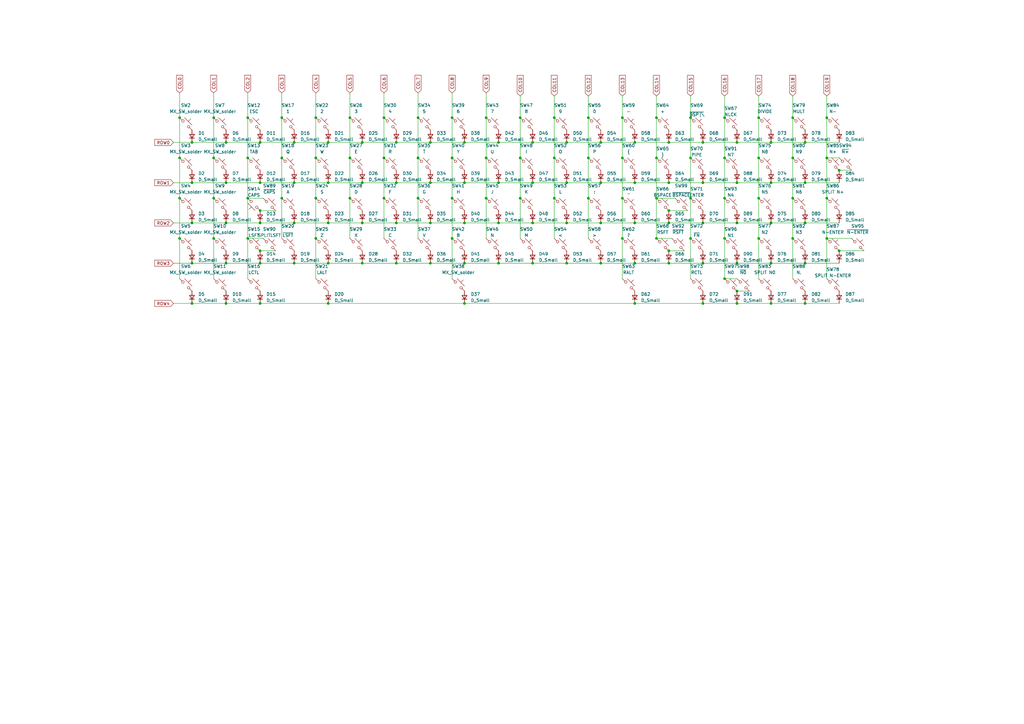
<source format=kicad_sch>
(kicad_sch (version 20230121) (generator eeschema)
  (paper "A3")
  (junction (at 92.71 74.93))
  (junction (at 218.44 91.44))
  (junction (at 92.71 91.44))
  (junction (at 227.33 48.26))
  (junction (at 129.54 81.28))
  (junction (at 260.35 74.93))
  (junction (at 115.57 81.28))
  (junction (at 134.62 107.95))
  (junction (at 213.36 81.28))
  (junction (at 157.48 81.28))
  (junction (at 157.48 48.26))
  (junction (at 297.18 48.26))
  (junction (at 311.15 97.79))
  (junction (at 339.09 97.79))
  (junction (at 218.44 58.42))
  (junction (at 199.39 81.28))
  (junction (at 134.62 74.93))
  (junction (at 190.5 124.46))
  (junction (at 78.74 74.93))
  (junction (at 148.59 58.42))
  (junction (at 87.63 97.79))
  (junction (at 246.38 74.93))
  (junction (at 134.62 58.42))
  (junction (at 92.71 107.95))
  (junction (at 190.5 74.93))
  (junction (at 157.48 64.77))
  (junction (at 199.39 64.77))
  (junction (at 115.57 64.77))
  (junction (at 316.23 91.44))
  (junction (at 213.36 64.77))
  (junction (at 255.27 48.26))
  (junction (at 162.56 107.95))
  (junction (at 274.32 86.36))
  (junction (at 339.09 64.77))
  (junction (at 227.33 64.77))
  (junction (at 120.65 91.44))
  (junction (at 106.68 86.36))
  (junction (at 129.54 48.26))
  (junction (at 260.35 91.44))
  (junction (at 241.3 64.77))
  (junction (at 316.23 107.95))
  (junction (at 269.24 64.77))
  (junction (at 269.24 48.26))
  (junction (at 148.59 74.93))
  (junction (at 246.38 107.95))
  (junction (at 246.38 58.42))
  (junction (at 185.42 64.77))
  (junction (at 325.12 64.77))
  (junction (at 311.15 81.28))
  (junction (at 185.42 48.26))
  (junction (at 218.44 107.95))
  (junction (at 120.65 107.95))
  (junction (at 204.47 91.44))
  (junction (at 106.68 124.46))
  (junction (at 129.54 97.79))
  (junction (at 129.54 64.77))
  (junction (at 101.6 97.79))
  (junction (at 213.36 48.26))
  (junction (at 246.38 91.44))
  (junction (at 274.32 74.93))
  (junction (at 232.41 74.93))
  (junction (at 283.21 97.79))
  (junction (at 73.66 81.28))
  (junction (at 330.2 124.46))
  (junction (at 260.35 124.46))
  (junction (at 274.32 91.44))
  (junction (at 143.51 81.28))
  (junction (at 283.21 81.28))
  (junction (at 101.6 81.28))
  (junction (at 288.29 58.42))
  (junction (at 283.21 48.26))
  (junction (at 255.27 81.28))
  (junction (at 120.65 58.42))
  (junction (at 87.63 64.77))
  (junction (at 106.68 91.44))
  (junction (at 297.18 114.3))
  (junction (at 269.24 97.79))
  (junction (at 106.68 102.87))
  (junction (at 106.68 58.42))
  (junction (at 171.45 48.26))
  (junction (at 185.42 97.79))
  (junction (at 330.2 74.93))
  (junction (at 190.5 58.42))
  (junction (at 325.12 81.28))
  (junction (at 162.56 91.44))
  (junction (at 78.74 107.95))
  (junction (at 311.15 64.77))
  (junction (at 204.47 58.42))
  (junction (at 171.45 81.28))
  (junction (at 218.44 74.93))
  (junction (at 297.18 97.79))
  (junction (at 269.24 81.28))
  (junction (at 316.23 58.42))
  (junction (at 148.59 107.95))
  (junction (at 330.2 58.42))
  (junction (at 199.39 48.26))
  (junction (at 302.26 119.38))
  (junction (at 190.5 91.44))
  (junction (at 288.29 124.46))
  (junction (at 260.35 58.42))
  (junction (at 171.45 64.77))
  (junction (at 316.23 74.93))
  (junction (at 344.17 102.87))
  (junction (at 288.29 74.93))
  (junction (at 92.71 58.42))
  (junction (at 190.5 107.95))
  (junction (at 316.23 124.46))
  (junction (at 87.63 48.26))
  (junction (at 302.26 91.44))
  (junction (at 162.56 58.42))
  (junction (at 176.53 74.93))
  (junction (at 227.33 81.28))
  (junction (at 73.66 48.26))
  (junction (at 241.3 48.26))
  (junction (at 120.65 74.93))
  (junction (at 302.26 74.93))
  (junction (at 330.2 107.95))
  (junction (at 297.18 81.28))
  (junction (at 344.17 69.85))
  (junction (at 325.12 48.26))
  (junction (at 325.12 97.79))
  (junction (at 339.09 81.28))
  (junction (at 241.3 81.28))
  (junction (at 204.47 74.93))
  (junction (at 274.32 107.95))
  (junction (at 274.32 58.42))
  (junction (at 297.18 64.77))
  (junction (at 255.27 64.77))
  (junction (at 302.26 124.46))
  (junction (at 134.62 91.44))
  (junction (at 101.6 64.77))
  (junction (at 185.42 81.28))
  (junction (at 302.26 107.95))
  (junction (at 330.2 91.44))
  (junction (at 148.59 91.44))
  (junction (at 78.74 58.42))
  (junction (at 78.74 91.44))
  (junction (at 274.32 102.87))
  (junction (at 176.53 107.95))
  (junction (at 283.21 64.77))
  (junction (at 73.66 97.79))
  (junction (at 204.47 107.95))
  (junction (at 134.62 124.46))
  (junction (at 92.71 124.46))
  (junction (at 255.27 97.79))
  (junction (at 232.41 107.95))
  (junction (at 143.51 64.77))
  (junction (at 106.68 74.93))
  (junction (at 143.51 48.26))
  (junction (at 339.09 48.26))
  (junction (at 288.29 91.44))
  (junction (at 106.68 107.95))
  (junction (at 260.35 107.95))
  (junction (at 73.66 64.77))
  (junction (at 176.53 91.44))
  (junction (at 302.26 58.42))
  (junction (at 101.6 48.26))
  (junction (at 232.41 58.42))
  (junction (at 288.29 107.95))
  (junction (at 87.63 81.28))
  (junction (at 232.41 91.44))
  (junction (at 311.15 48.26))
  (junction (at 162.56 74.93))
  (junction (at 176.53 58.42))
  (junction (at 78.74 124.46))
  (junction (at 115.57 48.26))
  (wire (pts (xy 297.18 39.37) (xy 297.18 48.26)))
  (wire (pts (xy 199.39 38.1) (xy 199.39 48.26)))
  (wire (pts (xy 274.32 91.44) (xy 288.29 91.44)))
  (wire (pts (xy 227.33 48.26) (xy 227.33 64.77)))
  (wire (pts (xy 157.48 38.1) (xy 157.48 48.26)))
  (wire (pts (xy 218.44 74.93) (xy 232.41 74.93)))
  (wire (pts (xy 101.6 97.79) (xy 101.6 114.3)))
  (wire (pts (xy 115.57 64.77) (xy 115.57 81.28)))
  (wire (pts (xy 241.3 39.37) (xy 241.3 48.26)))
  (wire (pts (xy 232.41 74.93) (xy 246.38 74.93)))
  (wire (pts (xy 129.54 81.28) (xy 129.54 97.79)))
  (wire (pts (xy 330.2 91.44) (xy 344.17 91.44)))
  (wire (pts (xy 73.66 81.28) (xy 73.66 97.79)))
  (wire (pts (xy 106.68 107.95) (xy 120.65 107.95)))
  (wire (pts (xy 311.15 64.77) (xy 311.15 81.28)))
  (wire (pts (xy 311.15 97.79) (xy 311.15 114.3)))
  (wire (pts (xy 101.6 97.79) (xy 107.95 97.79)))
  (wire (pts (xy 288.29 58.42) (xy 302.26 58.42)))
  (wire (pts (xy 87.63 64.77) (xy 87.63 81.28)))
  (wire (pts (xy 129.54 64.77) (xy 129.54 81.28)))
  (wire (pts (xy 87.63 38.1) (xy 87.63 48.26)))
  (wire (pts (xy 106.68 74.93) (xy 120.65 74.93)))
  (wire (pts (xy 339.09 64.77) (xy 344.17 64.77)))
  (wire (pts (xy 129.54 38.1) (xy 129.54 48.26)))
  (wire (pts (xy 269.24 81.28) (xy 269.24 97.79)))
  (wire (pts (xy 213.36 48.26) (xy 213.36 64.77)))
  (wire (pts (xy 148.59 107.95) (xy 162.56 107.95)))
  (wire (pts (xy 325.12 81.28) (xy 325.12 97.79)))
  (wire (pts (xy 148.59 74.93) (xy 162.56 74.93)))
  (wire (pts (xy 190.5 107.95) (xy 204.47 107.95)))
  (wire (pts (xy 199.39 81.28) (xy 199.39 97.79)))
  (wire (pts (xy 325.12 39.37) (xy 325.12 48.26)))
  (wire (pts (xy 171.45 64.77) (xy 171.45 81.28)))
  (wire (pts (xy 106.68 124.46) (xy 134.62 124.46)))
  (wire (pts (xy 106.68 91.44) (xy 120.65 91.44)))
  (wire (pts (xy 115.57 48.26) (xy 115.57 64.77)))
  (wire (pts (xy 162.56 107.95) (xy 176.53 107.95)))
  (wire (pts (xy 325.12 97.79) (xy 325.12 114.3)))
  (wire (pts (xy 143.51 48.26) (xy 143.51 64.77)))
  (wire (pts (xy 157.48 48.26) (xy 157.48 64.77)))
  (wire (pts (xy 213.36 64.77) (xy 213.36 81.28)))
  (wire (pts (xy 73.66 38.1) (xy 73.66 48.26)))
  (wire (pts (xy 260.35 124.46) (xy 288.29 124.46)))
  (wire (pts (xy 283.21 97.79) (xy 283.21 114.3)))
  (wire (pts (xy 330.2 58.42) (xy 344.17 58.42)))
  (wire (pts (xy 199.39 48.26) (xy 199.39 64.77)))
  (wire (pts (xy 269.24 81.28) (xy 276.86 81.28)))
  (wire (pts (xy 269.24 48.26) (xy 269.24 64.77)))
  (wire (pts (xy 232.41 107.95) (xy 246.38 107.95)))
  (wire (pts (xy 185.42 64.77) (xy 185.42 81.28)))
  (wire (pts (xy 325.12 64.77) (xy 325.12 81.28)))
  (wire (pts (xy 78.74 124.46) (xy 92.71 124.46)))
  (wire (pts (xy 101.6 38.1) (xy 101.6 48.26)))
  (wire (pts (xy 316.23 74.93) (xy 330.2 74.93)))
  (wire (pts (xy 325.12 48.26) (xy 325.12 64.77)))
  (wire (pts (xy 344.17 102.87) (xy 354.33 102.87)))
  (wire (pts (xy 106.68 86.36) (xy 113.03 86.36)))
  (wire (pts (xy 311.15 39.37) (xy 311.15 48.26)))
  (wire (pts (xy 269.24 64.77) (xy 269.24 81.28)))
  (wire (pts (xy 311.15 48.26) (xy 311.15 64.77)))
  (wire (pts (xy 302.26 107.95) (xy 316.23 107.95)))
  (wire (pts (xy 246.38 58.42) (xy 260.35 58.42)))
  (wire (pts (xy 283.21 81.28) (xy 283.21 97.79)))
  (wire (pts (xy 330.2 74.93) (xy 344.17 74.93)))
  (wire (pts (xy 269.24 97.79) (xy 275.59 97.79)))
  (wire (pts (xy 302.26 119.38) (xy 307.34 119.38)))
  (wire (pts (xy 241.3 64.77) (xy 241.3 81.28)))
  (wire (pts (xy 134.62 107.95) (xy 148.59 107.95)))
  (wire (pts (xy 176.53 107.95) (xy 190.5 107.95)))
  (wire (pts (xy 78.74 74.93) (xy 92.71 74.93)))
  (wire (pts (xy 71.12 107.95) (xy 78.74 107.95)))
  (wire (pts (xy 255.27 64.77) (xy 255.27 81.28)))
  (wire (pts (xy 227.33 81.28) (xy 227.33 97.79)))
  (wire (pts (xy 115.57 81.28) (xy 115.57 97.79)))
  (wire (pts (xy 339.09 97.79) (xy 339.09 114.3)))
  (wire (pts (xy 148.59 58.42) (xy 162.56 58.42)))
  (wire (pts (xy 143.51 81.28) (xy 143.51 97.79)))
  (wire (pts (xy 302.26 74.93) (xy 316.23 74.93)))
  (wire (pts (xy 283.21 64.77) (xy 283.21 81.28)))
  (wire (pts (xy 120.65 74.93) (xy 134.62 74.93)))
  (wire (pts (xy 274.32 86.36) (xy 281.94 86.36)))
  (wire (pts (xy 87.63 48.26) (xy 87.63 64.77)))
  (wire (pts (xy 134.62 74.93) (xy 148.59 74.93)))
  (wire (pts (xy 241.3 48.26) (xy 241.3 64.77)))
  (wire (pts (xy 176.53 58.42) (xy 190.5 58.42)))
  (wire (pts (xy 115.57 38.1) (xy 115.57 48.26)))
  (wire (pts (xy 218.44 58.42) (xy 232.41 58.42)))
  (wire (pts (xy 339.09 97.79) (xy 349.25 97.79)))
  (wire (pts (xy 129.54 48.26) (xy 129.54 64.77)))
  (wire (pts (xy 134.62 124.46) (xy 190.5 124.46)))
  (wire (pts (xy 73.66 64.77) (xy 73.66 81.28)))
  (wire (pts (xy 204.47 91.44) (xy 218.44 91.44)))
  (wire (pts (xy 260.35 58.42) (xy 274.32 58.42)))
  (wire (pts (xy 227.33 64.77) (xy 227.33 81.28)))
  (wire (pts (xy 288.29 124.46) (xy 302.26 124.46)))
  (wire (pts (xy 269.24 39.37) (xy 269.24 48.26)))
  (wire (pts (xy 185.42 48.26) (xy 185.42 64.77)))
  (wire (pts (xy 92.71 107.95) (xy 106.68 107.95)))
  (wire (pts (xy 232.41 91.44) (xy 246.38 91.44)))
  (wire (pts (xy 92.71 124.46) (xy 106.68 124.46)))
  (wire (pts (xy 101.6 64.77) (xy 101.6 81.28)))
  (wire (pts (xy 204.47 58.42) (xy 218.44 58.42)))
  (wire (pts (xy 190.5 58.42) (xy 204.47 58.42)))
  (wire (pts (xy 185.42 38.1) (xy 185.42 48.26)))
  (wire (pts (xy 143.51 38.1) (xy 143.51 48.26)))
  (wire (pts (xy 246.38 74.93) (xy 260.35 74.93)))
  (wire (pts (xy 302.26 58.42) (xy 316.23 58.42)))
  (wire (pts (xy 120.65 91.44) (xy 134.62 91.44)))
  (wire (pts (xy 255.27 39.37) (xy 255.27 48.26)))
  (wire (pts (xy 87.63 81.28) (xy 87.63 97.79)))
  (wire (pts (xy 176.53 74.93) (xy 190.5 74.93)))
  (wire (pts (xy 213.36 81.28) (xy 213.36 97.79)))
  (wire (pts (xy 185.42 97.79) (xy 185.42 114.3)))
  (wire (pts (xy 71.12 74.93) (xy 78.74 74.93)))
  (wire (pts (xy 339.09 64.77) (xy 339.09 81.28)))
  (wire (pts (xy 344.17 69.85) (xy 349.25 69.85)))
  (wire (pts (xy 288.29 91.44) (xy 302.26 91.44)))
  (wire (pts (xy 260.35 91.44) (xy 274.32 91.44)))
  (wire (pts (xy 134.62 91.44) (xy 148.59 91.44)))
  (wire (pts (xy 162.56 91.44) (xy 176.53 91.44)))
  (wire (pts (xy 330.2 107.95) (xy 344.17 107.95)))
  (wire (pts (xy 297.18 97.79) (xy 297.18 114.3)))
  (wire (pts (xy 241.3 81.28) (xy 241.3 97.79)))
  (wire (pts (xy 171.45 48.26) (xy 171.45 64.77)))
  (wire (pts (xy 232.41 58.42) (xy 246.38 58.42)))
  (wire (pts (xy 71.12 91.44) (xy 78.74 91.44)))
  (wire (pts (xy 255.27 81.28) (xy 255.27 97.79)))
  (wire (pts (xy 227.33 39.37) (xy 227.33 48.26)))
  (wire (pts (xy 316.23 124.46) (xy 330.2 124.46)))
  (wire (pts (xy 148.59 91.44) (xy 162.56 91.44)))
  (wire (pts (xy 316.23 58.42) (xy 330.2 58.42)))
  (wire (pts (xy 171.45 81.28) (xy 171.45 97.79)))
  (wire (pts (xy 311.15 81.28) (xy 311.15 97.79)))
  (wire (pts (xy 106.68 58.42) (xy 120.65 58.42)))
  (wire (pts (xy 199.39 64.77) (xy 199.39 81.28)))
  (wire (pts (xy 73.66 97.79) (xy 73.66 114.3)))
  (wire (pts (xy 339.09 81.28) (xy 339.09 97.79)))
  (wire (pts (xy 213.36 39.37) (xy 213.36 48.26)))
  (wire (pts (xy 92.71 74.93) (xy 106.68 74.93)))
  (wire (pts (xy 71.12 124.46) (xy 78.74 124.46)))
  (wire (pts (xy 288.29 74.93) (xy 302.26 74.93)))
  (wire (pts (xy 255.27 97.79) (xy 255.27 114.3)))
  (wire (pts (xy 204.47 107.95) (xy 218.44 107.95)))
  (wire (pts (xy 274.32 107.95) (xy 288.29 107.95)))
  (wire (pts (xy 339.09 48.26) (xy 339.09 64.77)))
  (wire (pts (xy 302.26 91.44) (xy 316.23 91.44)))
  (wire (pts (xy 302.26 124.46) (xy 316.23 124.46)))
  (wire (pts (xy 71.12 58.42) (xy 78.74 58.42)))
  (wire (pts (xy 260.35 107.95) (xy 274.32 107.95)))
  (wire (pts (xy 297.18 114.3) (xy 302.26 114.3)))
  (wire (pts (xy 92.71 58.42) (xy 106.68 58.42)))
  (wire (pts (xy 185.42 81.28) (xy 185.42 97.79)))
  (wire (pts (xy 246.38 91.44) (xy 260.35 91.44)))
  (wire (pts (xy 330.2 124.46) (xy 344.17 124.46)))
  (wire (pts (xy 283.21 39.37) (xy 283.21 48.26)))
  (wire (pts (xy 274.32 58.42) (xy 288.29 58.42)))
  (wire (pts (xy 78.74 91.44) (xy 92.71 91.44)))
  (wire (pts (xy 157.48 64.77) (xy 157.48 81.28)))
  (wire (pts (xy 134.62 58.42) (xy 148.59 58.42)))
  (wire (pts (xy 129.54 97.79) (xy 129.54 114.3)))
  (wire (pts (xy 274.32 74.93) (xy 288.29 74.93)))
  (wire (pts (xy 218.44 107.95) (xy 232.41 107.95)))
  (wire (pts (xy 297.18 81.28) (xy 297.18 97.79)))
  (wire (pts (xy 162.56 74.93) (xy 176.53 74.93)))
  (wire (pts (xy 143.51 64.77) (xy 143.51 81.28)))
  (wire (pts (xy 78.74 107.95) (xy 92.71 107.95)))
  (wire (pts (xy 274.32 102.87) (xy 280.67 102.87)))
  (wire (pts (xy 339.09 39.37) (xy 339.09 48.26)))
  (wire (pts (xy 87.63 97.79) (xy 87.63 114.3)))
  (wire (pts (xy 246.38 107.95) (xy 260.35 107.95)))
  (wire (pts (xy 190.5 91.44) (xy 204.47 91.44)))
  (wire (pts (xy 162.56 58.42) (xy 176.53 58.42)))
  (wire (pts (xy 297.18 48.26) (xy 297.18 64.77)))
  (wire (pts (xy 106.68 102.87) (xy 113.03 102.87)))
  (wire (pts (xy 101.6 81.28) (xy 101.6 97.79)))
  (wire (pts (xy 101.6 48.26) (xy 101.6 64.77)))
  (wire (pts (xy 255.27 48.26) (xy 255.27 64.77)))
  (wire (pts (xy 120.65 107.95) (xy 134.62 107.95)))
  (wire (pts (xy 218.44 91.44) (xy 232.41 91.44)))
  (wire (pts (xy 78.74 58.42) (xy 92.71 58.42)))
  (wire (pts (xy 176.53 91.44) (xy 190.5 91.44)))
  (wire (pts (xy 283.21 48.26) (xy 283.21 64.77)))
  (wire (pts (xy 288.29 107.95) (xy 302.26 107.95)))
  (wire (pts (xy 92.71 91.44) (xy 106.68 91.44)))
  (wire (pts (xy 190.5 124.46) (xy 260.35 124.46)))
  (wire (pts (xy 204.47 74.93) (xy 218.44 74.93)))
  (wire (pts (xy 157.48 81.28) (xy 157.48 97.79)))
  (wire (pts (xy 260.35 74.93) (xy 274.32 74.93)))
  (wire (pts (xy 316.23 107.95) (xy 330.2 107.95)))
  (wire (pts (xy 101.6 81.28) (xy 107.95 81.28)))
  (wire (pts (xy 297.18 64.77) (xy 297.18 81.28)))
  (wire (pts (xy 316.23 91.44) (xy 330.2 91.44)))
  (wire (pts (xy 73.66 48.26) (xy 73.66 64.77)))
  (wire (pts (xy 171.45 38.1) (xy 171.45 48.26)))
  (wire (pts (xy 190.5 74.93) (xy 204.47 74.93)))
  (wire (pts (xy 120.65 58.42) (xy 134.62 58.42)))
  (global_label "COL2" (shape input) (at 101.6 38.1 90) (property "Intersheetrefs" "${INTERSHEET_REFS}" (effects hide)))
  (global_label "COL5" (shape input) (at 143.51 38.1 90) (property "Intersheetrefs" "${INTERSHEET_REFS}" (effects hide)))
  (global_label "COL3" (shape input) (at 115.57 38.1 90) (property "Intersheetrefs" "${INTERSHEET_REFS}" (effects hide)))
  (global_label "COL18" (shape input) (at 325.12 39.37 90) (property "Intersheetrefs" "${INTERSHEET_REFS}" (effects hide)))
  (global_label "COL16" (shape input) (at 297.18 39.37 90) (property "Intersheetrefs" "${INTERSHEET_REFS}" (effects hide)))
  (global_label "COL1" (shape input) (at 87.63 38.1 90) (property "Intersheetrefs" "${INTERSHEET_REFS}" (effects hide)))
  (global_label "ROW2" (shape input) (at 71.12 91.44 180) (property "Intersheetrefs" "${INTERSHEET_REFS}" (effects hide)))
  (global_label "COL15" (shape input) (at 283.21 39.37 90) (property "Intersheetrefs" "${INTERSHEET_REFS}" (effects hide)))
  (global_label "ROW3" (shape input) (at 71.12 107.95 180) (property "Intersheetrefs" "${INTERSHEET_REFS}" (effects hide)))
  (global_label "ROW1" (shape input) (at 71.12 74.93 180) (property "Intersheetrefs" "${INTERSHEET_REFS}" (effects hide)))
  (global_label "COL0" (shape input) (at 73.66 38.1 90) (property "Intersheetrefs" "${INTERSHEET_REFS}" (effects hide)))
  (global_label "ROW0" (shape input) (at 71.12 58.42 180) (property "Intersheetrefs" "${INTERSHEET_REFS}" (effects hide)))
  (global_label "COL13" (shape input) (at 255.27 39.37 90) (property "Intersheetrefs" "${INTERSHEET_REFS}" (effects hide)))
  (global_label "COL12" (shape input) (at 241.3 39.37 90) (property "Intersheetrefs" "${INTERSHEET_REFS}" (effects hide)))
  (global_label "COL14" (shape input) (at 269.24 39.37 90) (property "Intersheetrefs" "${INTERSHEET_REFS}" (effects hide)))
  (global_label "ROW4" (shape input) (at 71.12 124.46 180) (property "Intersheetrefs" "${INTERSHEET_REFS}" (effects hide)))
  (global_label "COL17" (shape input) (at 311.15 39.37 90) (property "Intersheetrefs" "${INTERSHEET_REFS}" (effects hide)))
  (global_label "COL19" (shape input) (at 339.09 39.37 90) (property "Intersheetrefs" "${INTERSHEET_REFS}" (effects hide)))
  (global_label "COL6" (shape input) (at 157.48 38.1 90) (property "Intersheetrefs" "${INTERSHEET_REFS}" (effects hide)))
  (global_label "COL10" (shape input) (at 213.36 39.37 90) (property "Intersheetrefs" "${INTERSHEET_REFS}" (effects hide)))
  (global_label "COL8" (shape input) (at 185.42 38.1 90) (property "Intersheetrefs" "${INTERSHEET_REFS}" (effects hide)))
  (global_label "COL7" (shape input) (at 171.45 38.1 90) (property "Intersheetrefs" "${INTERSHEET_REFS}" (effects hide)))
  (global_label "COL9" (shape input) (at 199.39 38.1 90) (property "Intersheetrefs" "${INTERSHEET_REFS}" (effects hide)))
  (global_label "COL4" (shape input) (at 129.54 38.1 90) (property "Intersheetrefs" "${INTERSHEET_REFS}" (effects hide)))
  (global_label "COL11" (shape input) (at 227.33 39.37 90) (property "Intersheetrefs" "${INTERSHEET_REFS}" (effects hide)))
  (symbol (lib_id "marbastlib-mx:MX_SW_solder") (at 76.2 100.33 0) (unit 1)
    (property "Reference" "SW5" (at 76.2 92.71 0))
    (property "Value" "MX_SW_solder" (at 76.2 95.25 0))
    (property "Footprint" "MX_Alps_Hybrid:MX-1U-NoLED" (effects hide))
  )
  (symbol (lib_id "marbastlib-mx:MX_SW_solder") (at 351.79 100.33 0) (unit 1)
    (property "Reference" "SW95" (at 351.79 92.71 0))
    (property "Value" "~{N-ENTER}" (at 351.79 95.25 0))
    (property "Footprint" "MX_Alps_Hybrid:MX-1U-NoLED" (effects hide))
  )
  (symbol (lib_id "marbastlib-mx:MX_SW_solder") (at 341.63 50.8 0) (unit 1)
    (property "Reference" "SW84" (at 341.63 43.18 0))
    (property "Value" "N-" (at 341.63 45.72 0))
    (property "Footprint" "MX_Alps_Hybrid:MX-1U-NoLED" (effects hide))
  )
  (symbol (lib_id "Device:D_Small") (at 344.17 55.88 90) (unit 1)
    (property "Reference" "D83" (at 346.71 54.6099 90) (effects (justify right)))
    (property "Value" "D_Small" (at 346.71 57.1499 90) (effects (justify right)))
    (property "Footprint" "Diode_SMD:D_SOD-123" (effects hide))
  )
  (symbol (lib_id "marbastlib-mx:MX_SW_solder") (at 90.17 116.84 0) (unit 1)
    (property "Reference" "SW11" (at 90.17 109.22 0))
    (property "Value" "MX_SW_solder" (at 90.17 111.76 0))
    (property "Footprint" "MX_Alps_Hybrid:MX-1U-NoLED" (effects hide))
  )
  (symbol (lib_id "marbastlib-mx:MX_SW_solder") (at 257.81 83.82 0) (unit 1)
    (property "Reference" "SW61" (at 257.81 77.47 0))
    (property "Value" "\"" (at 257.81 80.01 0))
    (property "Footprint" "MX_Alps_Hybrid:MX-1U-NoLED" (effects hide))
  )
  (symbol (lib_id "marbastlib-mx:MX_SW_solder") (at 187.96 100.33 0) (unit 1)
    (property "Reference" "SW42" (at 187.96 93.98 0))
    (property "Value" "B" (at 187.96 96.52 0))
    (property "Footprint" "MX_Alps_Hybrid:MX-1U-NoLED" (effects hide))
  )
  (symbol (lib_id "marbastlib-mx:MX_SW_solder") (at 285.75 116.84 0) (unit 1)
    (property "Reference" "SW73" (at 285.75 109.22 0))
    (property "Value" "RCTL" (at 285.75 111.76 0))
    (property "Footprint" "MX_Alps_Hybrid:MX-1.5U-NoLED" (effects hide))
  )
  (symbol (lib_id "marbastlib-mx:MX_SW_solder") (at 304.8 116.84 0) (unit 1)
    (property "Reference" "SW98" (at 304.8 109.22 0))
    (property "Value" "~{N0}" (at 304.8 111.76 0))
    (property "Footprint" "MX_Alps_Hybrid:MX-1U-NoLED" (effects hide))
  )
  (symbol (lib_id "marbastlib-mx:MX_SW_solder") (at 76.2 67.31 0) (unit 1)
    (property "Reference" "SW3" (at 76.2 59.69 0))
    (property "Value" "MX_SW_solder" (at 76.2 62.23 0))
    (property "Footprint" "MX_Alps_Hybrid:MX-1U-NoLED" (effects hide))
  )
  (symbol (lib_id "Device:D_Small") (at 78.74 55.88 90) (unit 1)
    (property "Reference" "D1" (at 81.28 54.6099 90) (effects (justify right)))
    (property "Value" "D_Small" (at 81.28 57.1499 90) (effects (justify right)))
    (property "Footprint" "Diode_SMD:D_SOD-123" (effects hide))
  )
  (symbol (lib_id "Device:D_Small") (at 260.35 55.88 90) (unit 1)
    (property "Reference" "D58" (at 262.89 54.6099 90) (effects (justify right)))
    (property "Value" "D_Small" (at 262.89 57.1499 90) (effects (justify right)))
    (property "Footprint" "Diode_SMD:D_SOD-123" (effects hide))
  )
  (symbol (lib_id "marbastlib-mx:MX_SW_solder") (at 313.69 67.31 0) (unit 1)
    (property "Reference" "SW75" (at 313.69 59.69 0))
    (property "Value" "N8" (at 313.69 62.23 0))
    (property "Footprint" "MX_Alps_Hybrid:MX-1U-NoLED" (effects hide))
  )
  (symbol (lib_id "Device:D_Small") (at 78.74 105.41 90) (unit 1)
    (property "Reference" "D4" (at 81.28 104.1399 90) (effects (justify right)))
    (property "Value" "D_Small" (at 81.28 106.6799 90) (effects (justify right)))
    (property "Footprint" "Diode_SMD:D_SOD-123" (effects hide))
  )
  (symbol (lib_id "marbastlib-mx:MX_SW_solder") (at 243.84 100.33 0) (unit 1)
    (property "Reference" "SW58" (at 243.84 93.98 0))
    (property "Value" ">" (at 243.84 96.52 0))
    (property "Footprint" "MX_Alps_Hybrid:MX-1U-NoLED" (effects hide))
  )
  (symbol (lib_id "Device:D_Small") (at 106.68 105.41 90) (unit 1)
    (property "Reference" "D14" (at 109.22 104.1399 90) (effects (justify right)))
    (property "Value" "D_Small" (at 109.22 106.6799 90) (effects (justify right)))
    (property "Footprint" "Diode_SMD:D_SOD-123" (effects hide))
  )
  (symbol (lib_id "Device:D_Small") (at 232.41 72.39 90) (unit 1)
    (property "Reference" "D51" (at 234.95 71.1199 90) (effects (justify right)))
    (property "Value" "D_Small" (at 234.95 73.6599 90) (effects (justify right)))
    (property "Footprint" "Diode_SMD:D_SOD-123" (effects hide))
  )
  (symbol (lib_id "marbastlib-mx:MX_SW_solder") (at 257.81 100.33 0) (unit 1)
    (property "Reference" "SW62" (at 257.81 93.98 0))
    (property "Value" "?" (at 257.81 96.52 0))
    (property "Footprint" "MX_Alps_Hybrid:MX-1U-NoLED" (effects hide))
  )
  (symbol (lib_id "Device:D_Small") (at 162.56 88.9 90) (unit 1)
    (property "Reference" "D31" (at 165.1 87.6299 90) (effects (justify right)))
    (property "Value" "D_Small" (at 165.1 90.1699 90) (effects (justify right)))
    (property "Footprint" "Diode_SMD:D_SOD-123" (effects hide))
  )
  (symbol (lib_id "Device:D_Small") (at 246.38 105.41 90) (unit 1)
    (property "Reference" "D57" (at 248.92 104.1399 90) (effects (justify right)))
    (property "Value" "D_Small" (at 248.92 106.6799 90) (effects (justify right)))
    (property "Footprint" "Diode_SMD:D_SOD-123" (effects hide))
  )
  (symbol (lib_id "Device:D_Small") (at 204.47 88.9 90) (unit 1)
    (property "Reference" "D44" (at 207.01 87.6299 90) (effects (justify right)))
    (property "Value" "D_Small" (at 207.01 90.1699 90) (effects (justify right)))
    (property "Footprint" "Diode_SMD:D_SOD-123" (effects hide))
  )
  (symbol (lib_id "Device:D_Small") (at 204.47 55.88 90) (unit 1)
    (property "Reference" "D42" (at 207.01 54.6099 90) (effects (justify right)))
    (property "Value" "D_Small" (at 207.01 57.1499 90) (effects (justify right)))
    (property "Footprint" "Diode_SMD:D_SOD-123" (effects hide))
  )
  (symbol (lib_id "marbastlib-mx:MX_SW_solder") (at 299.72 67.31 0) (unit 1)
    (property "Reference" "SW91" (at 299.72 60.96 0))
    (property "Value" "N7" (at 299.72 63.5 0))
    (property "Footprint" "MX_Alps_Hybrid:MX-1U-NoLED" (effects hide))
  )
  (symbol (lib_id "marbastlib-mx:MX_SW_solder") (at 346.71 67.31 0) (unit 1)
    (property "Reference" "SW94" (at 346.71 59.69 0))
    (property "Value" "~{N+}" (at 346.71 62.23 0))
    (property "Footprint" "MX_Alps_Hybrid:MX-1U-NoLED" (effects hide))
  )
  (symbol (lib_id "marbastlib-mx:MX_SW_solder") (at 327.66 67.31 0) (unit 1)
    (property "Reference" "SW80" (at 327.66 59.69 0))
    (property "Value" "N9" (at 327.66 62.23 0))
    (property "Footprint" "MX_Alps_Hybrid:MX-1U-NoLED" (effects hide))
  )
  (symbol (lib_id "Device:D_Small") (at 120.65 88.9 90) (unit 1)
    (property "Reference" "D18" (at 123.19 87.6299 90) (effects (justify right)))
    (property "Value" "D_Small" (at 123.19 90.1699 90) (effects (justify right)))
    (property "Footprint" "Diode_SMD:D_SOD-123" (effects hide))
  )
  (symbol (lib_id "marbastlib-mx:MX_SW_solder") (at 110.49 83.82 0) (unit 1)
    (property "Reference" "SW89" (at 110.49 76.2 0))
    (property "Value" "~{CAPS}" (at 110.49 78.74 0))
    (property "Footprint" "MX_Alps_Hybrid:MX-1.25U-NoLED" (effects hide))
  )
  (symbol (lib_id "marbastlib-mx:MX_SW_solder") (at 229.87 83.82 0) (unit 1)
    (property "Reference" "SW53" (at 229.87 76.2 0))
    (property "Value" "L" (at 229.87 78.74 0))
    (property "Footprint" "MX_Alps_Hybrid:MX-1U-NoLED" (effects hide))
  )
  (symbol (lib_id "Device:D_Small") (at 218.44 88.9 90) (unit 1)
    (property "Reference" "D48" (at 220.98 87.6299 90) (effects (justify right)))
    (property "Value" "D_Small" (at 220.98 90.1699 90) (effects (justify right)))
    (property "Footprint" "Diode_SMD:D_SOD-123" (effects hide))
  )
  (symbol (lib_id "Device:D_Small") (at 134.62 88.9 90) (unit 1)
    (property "Reference" "D23" (at 137.16 87.6299 90) (effects (justify right)))
    (property "Value" "D_Small" (at 137.16 90.1699 90) (effects (justify right)))
    (property "Footprint" "Diode_SMD:D_SOD-123" (effects hide))
  )
  (symbol (lib_id "marbastlib-mx:MX_SW_solder") (at 201.93 83.82 0) (unit 1)
    (property "Reference" "SW45" (at 201.93 76.2 0))
    (property "Value" "J" (at 201.93 78.74 0))
    (property "Footprint" "MX_Alps_Hybrid:MX-1U-NoLED" (effects hide))
  )
  (symbol (lib_id "Device:D_Small") (at 134.62 72.39 90) (unit 1)
    (property "Reference" "D22" (at 137.16 71.1199 90) (effects (justify right)))
    (property "Value" "D_Small" (at 137.16 73.6599 90) (effects (justify right)))
    (property "Footprint" "Diode_SMD:D_SOD-123" (effects hide))
  )
  (symbol (lib_id "Device:D_Small") (at 274.32 88.9 90) (unit 1)
    (property "Reference" "D65" (at 276.86 87.6299 90) (effects (justify right)))
    (property "Value" "D_Small" (at 276.86 90.1699 90) (effects (justify right)))
    (property "Footprint" "Diode_SMD:D_SOD-123" (effects hide))
  )
  (symbol (lib_id "Device:D_Small") (at 218.44 72.39 90) (unit 1)
    (property "Reference" "D47" (at 220.98 71.1199 90) (effects (justify right)))
    (property "Value" "D_Small" (at 220.98 73.6599 90) (effects (justify right)))
    (property "Footprint" "Diode_SMD:D_SOD-123" (effects hide))
  )
  (symbol (lib_id "marbastlib-mx:MX_SW_solder") (at 271.78 50.8 0) (unit 1)
    (property "Reference" "SW64" (at 271.78 43.18 0))
    (property "Value" "+" (at 271.78 45.72 0))
    (property "Footprint" "MX_Alps_Hybrid:MX-1U-NoLED" (effects hide))
  )
  (symbol (lib_id "Device:D_Small") (at 302.26 55.88 90) (unit 1)
    (property "Reference" "D67" (at 304.8 54.6099 90) (effects (justify right)))
    (property "Value" "D_Small" (at 304.8 57.1499 90) (effects (justify right)))
    (property "Footprint" "Diode_SMD:D_SOD-123" (effects hide))
  )
  (symbol (lib_id "marbastlib-mx:MX_SW_solder") (at 257.81 67.31 0) (unit 1)
    (property "Reference" "SW60" (at 257.81 59.69 0))
    (property "Value" "{" (at 257.81 62.23 0))
    (property "Footprint" "MX_Alps_Hybrid:MX-1U-NoLED" (effects hide))
  )
  (symbol (lib_id "Device:D_Small") (at 176.53 105.41 90) (unit 1)
    (property "Reference" "D36" (at 179.07 104.1399 90) (effects (justify right)))
    (property "Value" "D_Small" (at 179.07 106.6799 90) (effects (justify right)))
    (property "Footprint" "Diode_SMD:D_SOD-123" (effects hide))
  )
  (symbol (lib_id "marbastlib-mx:MX_SW_solder") (at 257.81 116.84 0) (unit 1)
    (property "Reference" "SW63" (at 257.81 109.22 0))
    (property "Value" "RALT" (at 257.81 111.76 0))
    (property "Footprint" "MX_Alps_Hybrid:MX-1.5U-NoLED" (effects hide))
  )
  (symbol (lib_id "marbastlib-mx:MX_SW_solder") (at 160.02 50.8 0) (unit 1)
    (property "Reference" "SW30" (at 160.02 43.18 0))
    (property "Value" "4" (at 160.02 45.72 0))
    (property "Footprint" "MX_Alps_Hybrid:MX-1U-NoLED" (effects hide))
  )
  (symbol (lib_id "Device:D_Small") (at 162.56 55.88 90) (unit 1)
    (property "Reference" "D29" (at 165.1 54.6099 90) (effects (justify right)))
    (property "Value" "D_Small" (at 165.1 57.1499 90) (effects (justify right)))
    (property "Footprint" "Diode_SMD:D_SOD-123" (effects hide))
  )
  (symbol (lib_id "marbastlib-mx:MX_SW_solder") (at 285.75 100.33 0) (unit 1)
    (property "Reference" "SW72" (at 285.75 92.71 0))
    (property "Value" "~{FN}" (at 285.75 96.52 0))
    (property "Footprint" "MX_Alps_Hybrid:MX-1U-NoLED" (effects hide))
  )
  (symbol (lib_id "marbastlib-mx:MX_SW_solder") (at 173.99 83.82 0) (unit 1)
    (property "Reference" "SW36" (at 173.99 76.2 0))
    (property "Value" "G" (at 173.99 78.74 0))
    (property "Footprint" "MX_Alps_Hybrid:MX-1U-NoLED" (effects hide))
  )
  (symbol (lib_id "marbastlib-mx:MX_SW_solder") (at 118.11 83.82 0) (unit 1)
    (property "Reference" "SW19" (at 118.11 76.2 0))
    (property "Value" "A" (at 118.11 78.74 0))
    (property "Footprint" "MX_Alps_Hybrid:MX-1U-NoLED" (effects hide))
  )
  (symbol (lib_id "Device:D_Small") (at 288.29 72.39 90) (unit 1)
    (property "Reference" "D69" (at 290.83 71.1199 90) (effects (justify right)))
    (property "Value" "D_Small" (at 290.83 73.6599 90) (effects (justify right)))
    (property "Footprint" "Diode_SMD:D_SOD-123" (effects hide))
  )
  (symbol (lib_id "Device:D_Small") (at 176.53 72.39 90) (unit 1)
    (property "Reference" "D34" (at 179.07 71.1199 90) (effects (justify right)))
    (property "Value" "D_Small" (at 179.07 73.6599 90) (effects (justify right)))
    (property "Footprint" "Diode_SMD:D_SOD-123" (effects hide))
  )
  (symbol (lib_id "marbastlib-mx:MX_SW_solder") (at 173.99 100.33 0) (unit 1)
    (property "Reference" "SW37" (at 173.99 93.98 0))
    (property "Value" "V" (at 173.99 96.52 0))
    (property "Footprint" "MX_Alps_Hybrid:MX-1U-NoLED" (effects hide))
  )
  (symbol (lib_id "Device:D_Small") (at 78.74 121.92 90) (unit 1)
    (property "Reference" "D5" (at 81.28 120.6499 90) (effects (justify right)))
    (property "Value" "D_Small" (at 81.28 123.1899 90) (effects (justify right)))
    (property "Footprint" "Diode_SMD:D_SOD-123" (effects hide))
  )
  (symbol (lib_id "Device:D_Small") (at 316.23 88.9 90) (unit 1)
    (property "Reference" "D75" (at 318.77 87.6299 90) (effects (justify right)))
    (property "Value" "D_Small" (at 318.77 90.1699 90) (effects (justify right)))
    (property "Footprint" "Diode_SMD:D_SOD-123" (effects hide))
  )
  (symbol (lib_id "Device:D_Small") (at 190.5 105.41 90) (unit 1)
    (property "Reference" "D41" (at 193.04 104.1399 90) (effects (justify right)))
    (property "Value" "D_Small" (at 193.04 106.6799 90) (effects (justify right)))
    (property "Footprint" "Diode_SMD:D_SOD-123" (effects hide))
  )
  (symbol (lib_id "marbastlib-mx:MX_SW_solder") (at 215.9 67.31 0) (unit 1)
    (property "Reference" "SW48" (at 215.9 59.69 0))
    (property "Value" "I" (at 215.9 62.23 0))
    (property "Footprint" "MX_Alps_Hybrid:MX-1U-NoLED" (effects hide))
  )
  (symbol (lib_id "marbastlib-mx:MX_SW_solder") (at 146.05 83.82 0) (unit 1)
    (property "Reference" "SW28" (at 146.05 76.2 0))
    (property "Value" "D" (at 146.05 78.74 0))
    (property "Footprint" "MX_Alps_Hybrid:MX-1U-NoLED" (effects hide))
  )
  (symbol (lib_id "Device:D_Small") (at 92.71 121.92 90) (unit 1)
    (property "Reference" "D10" (at 95.25 120.6499 90) (effects (justify right)))
    (property "Value" "D_Small" (at 95.25 123.1899 90) (effects (justify right)))
    (property "Footprint" "Diode_SMD:D_SOD-123" (effects hide))
  )
  (symbol (lib_id "marbastlib-mx:MX_SW_solder") (at 76.2 83.82 0) (unit 1)
    (property "Reference" "SW4" (at 76.2 76.2 0))
    (property "Value" "MX_SW_solder" (at 76.2 78.74 0))
    (property "Footprint" "MX_Alps_Hybrid:MX-1U-NoLED" (effects hide))
  )
  (symbol (lib_id "marbastlib-mx:MX_SW_solder") (at 173.99 50.8 0) (unit 1)
    (property "Reference" "SW34" (at 173.99 43.18 0))
    (property "Value" "5" (at 173.99 45.72 0))
    (property "Footprint" "MX_Alps_Hybrid:MX-1U-NoLED" (effects hide))
  )
  (symbol (lib_id "marbastlib-mx:MX_SW_solder") (at 215.9 100.33 0) (unit 1)
    (property "Reference" "SW50" (at 215.9 93.98 0))
    (property "Value" "M" (at 215.9 96.52 0))
    (property "Footprint" "MX_Alps_Hybrid:MX-1U-NoLED" (effects hide))
  )
  (symbol (lib_id "Device:D_Small") (at 260.35 121.92 90) (unit 1)
    (property "Reference" "D62" (at 262.89 120.6499 90) (effects (justify right)))
    (property "Value" "D_Small" (at 262.89 123.1899 90) (effects (justify right)))
    (property "Footprint" "Diode_SMD:D_SOD-123" (effects hide))
  )
  (symbol (lib_id "Device:D_Small") (at 106.68 88.9 90) (unit 1)
    (property "Reference" "D13" (at 109.22 87.6299 90) (effects (justify right)))
    (property "Value" "D_Small" (at 109.22 90.1699 90) (effects (justify right)))
    (property "Footprint" "Diode_SMD:D_SOD-123" (effects hide))
  )
  (symbol (lib_id "marbastlib-mx:MX_SW_solder") (at 279.4 83.82 0) (unit 1)
    (property "Reference" "SW99" (at 279.4 76.2 0))
    (property "Value" "~{BSPACE}" (at 279.4 80.01 0))
    (property "Footprint" "MX_Alps_Hybrid:MX-1U-NoLED" (effects hide))
  )
  (symbol (lib_id "Device:D_Small") (at 134.62 105.41 90) (unit 1)
    (property "Reference" "D24" (at 137.16 104.1399 90) (effects (justify right)))
    (property "Value" "D_Small" (at 137.16 106.6799 90) (effects (justify right)))
    (property "Footprint" "Diode_SMD:D_SOD-123" (effects hide))
  )
  (symbol (lib_id "marbastlib-mx:MX_SW_solder") (at 327.66 83.82 0) (unit 1)
    (property "Reference" "SW81" (at 327.66 76.2 0))
    (property "Value" "N6" (at 327.66 78.74 0))
    (property "Footprint" "MX_Alps_Hybrid:MX-1U-NoLED" (effects hide))
  )
  (symbol (lib_id "marbastlib-mx:MX_SW_solder") (at 285.75 67.31 0) (unit 1)
    (property "Reference" "SW70" (at 285.75 60.96 0))
    (property "Value" "PIPE" (at 285.75 63.5 0))
    (property "Footprint" "MX_Alps_Hybrid:MX-1.5U-NoLED" (effects hide))
  )
  (symbol (lib_id "marbastlib-mx:MX_SW_solder") (at 160.02 67.31 0) (unit 1)
    (property "Reference" "SW31" (at 160.02 59.69 0))
    (property "Value" "R" (at 160.02 62.23 0))
    (property "Footprint" "MX_Alps_Hybrid:MX-1U-NoLED" (effects hide))
  )
  (symbol (lib_id "marbastlib-mx:MX_SW_solder") (at 90.17 100.33 0) (unit 1)
    (property "Reference" "SW10" (at 90.17 92.71 0))
    (property "Value" "MX_SW_solder" (at 90.17 95.25 0))
    (property "Footprint" "MX_Alps_Hybrid:MX-1U-NoLED" (effects hide))
  )
  (symbol (lib_id "Device:D_Small") (at 344.17 121.92 90) (unit 1)
    (property "Reference" "D87" (at 346.71 120.6499 90) (effects (justify right)))
    (property "Value" "D_Small" (at 346.71 123.1899 90) (effects (justify right)))
    (property "Footprint" "Diode_SMD:D_SOD-123" (effects hide))
  )
  (symbol (lib_id "Device:D_Small") (at 274.32 55.88 90) (unit 1)
    (property "Reference" "D63" (at 276.86 54.6099 90) (effects (justify right)))
    (property "Value" "D_Small" (at 276.86 57.1499 90) (effects (justify right)))
    (property "Footprint" "Diode_SMD:D_SOD-123" (effects hide))
  )
  (symbol (lib_id "marbastlib-mx:MX_SW_solder") (at 271.78 67.31 0) (unit 1)
    (property "Reference" "SW65" (at 271.78 60.96 0))
    (property "Value" "}" (at 271.78 63.5 0))
    (property "Footprint" "MX_Alps_Hybrid:MX-1U-NoLED" (effects hide))
  )
  (symbol (lib_id "Device:D_Small") (at 176.53 88.9 90) (unit 1)
    (property "Reference" "D35" (at 179.07 87.6299 90) (effects (justify right)))
    (property "Value" "D_Small" (at 179.07 90.1699 90) (effects (justify right)))
    (property "Footprint" "Diode_SMD:D_SOD-123" (effects hide))
  )
  (symbol (lib_id "Device:D_Small") (at 134.62 121.92 90) (unit 1)
    (property "Reference" "D20" (at 137.16 120.6499 90) (effects (justify right)))
    (property "Value" "D_Small" (at 137.16 123.1899 90) (effects (justify right)))
    (property "Footprint" "Diode_SMD:D_SOD-123" (effects hide))
  )
  (symbol (lib_id "Device:D_Small") (at 246.38 72.39 90) (unit 1)
    (property "Reference" "D55" (at 248.92 71.1199 90) (effects (justify right)))
    (property "Value" "D_Small" (at 248.92 73.6599 90) (effects (justify right)))
    (property "Footprint" "Diode_SMD:D_SOD-123" (effects hide))
  )
  (symbol (lib_id "marbastlib-mx:MX_SW_solder") (at 132.08 83.82 0) (unit 1)
    (property "Reference" "SW24" (at 132.08 76.2 0))
    (property "Value" "S" (at 132.08 78.74 0))
    (property "Footprint" "MX_Alps_Hybrid:MX-1U-NoLED" (effects hide))
  )
  (symbol (lib_id "marbastlib-mx:MX_SW_solder") (at 76.2 50.8 0) (unit 1)
    (property "Reference" "SW2" (at 76.2 43.18 0))
    (property "Value" "MX_SW_solder" (at 76.2 45.72 0))
    (property "Footprint" "MX_Alps_Hybrid:MX-1U-NoLED" (effects hide))
  )
  (symbol (lib_id "marbastlib-mx:MX_SW_solder") (at 118.11 50.8 0) (unit 1)
    (property "Reference" "SW17" (at 118.11 43.18 0))
    (property "Value" "1" (at 118.11 45.72 0))
    (property "Footprint" "MX_Alps_Hybrid:MX-1U-NoLED" (effects hide))
  )
  (symbol (lib_id "Device:D_Small") (at 330.2 121.92 90) (unit 1)
    (property "Reference" "D82" (at 332.74 120.6499 90) (effects (justify right)))
    (property "Value" "D_Small" (at 332.74 123.1899 90) (effects (justify right)))
    (property "Footprint" "Diode_SMD:D_SOD-123" (effects hide))
  )
  (symbol (lib_id "marbastlib-mx:MX_SW_solder") (at 313.69 83.82 0) (unit 1)
    (property "Reference" "SW76" (at 313.69 76.2 0))
    (property "Value" "N5" (at 313.69 78.74 0))
    (property "Footprint" "MX_Alps_Hybrid:MX-1U-NoLED" (effects hide))
  )
  (symbol (lib_id "marbastlib-mx:MX_SW_solder") (at 118.11 100.33 0) (unit 1)
    (property "Reference" "SW20" (at 118.11 92.71 0))
    (property "Value" "~{LSFT}" (at 118.11 96.52 0))
    (property "Footprint" "MX_Alps_Hybrid:MX-1U-NoLED" (effects hide))
  )
  (symbol (lib_id "marbastlib-mx:MX_SW_solder") (at 146.05 100.33 0) (unit 1)
    (property "Reference" "SW29" (at 146.05 93.98 0))
    (property "Value" "X" (at 146.05 96.52 0))
    (property "Footprint" "MX_Alps_Hybrid:MX-1U-NoLED" (effects hide))
  )
  (symbol (lib_id "marbastlib-mx:MX_SW_solder") (at 146.05 50.8 0) (unit 1)
    (property "Reference" "SW26" (at 146.05 43.18 0))
    (property "Value" "3" (at 146.05 45.72 0))
    (property "Footprint" "MX_Alps_Hybrid:MX-1U-NoLED" (effects hide))
  )
  (symbol (lib_id "Device:D_Small") (at 288.29 88.9 90) (unit 1)
    (property "Reference" "D70" (at 290.83 87.6299 90) (effects (justify right)))
    (property "Value" "D_Small" (at 290.83 90.1699 90) (effects (justify right)))
    (property "Footprint" "Diode_SMD:D_SOD-123" (effects hide))
  )
  (symbol (lib_id "Device:D_Small") (at 232.41 55.88 90) (unit 1)
    (property "Reference" "D50" (at 234.95 54.6099 90) (effects (justify right)))
    (property "Value" "D_Small" (at 234.95 57.1499 90) (effects (justify right)))
    (property "Footprint" "Diode_SMD:D_SOD-123" (effects hide))
  )
  (symbol (lib_id "Device:D_Small") (at 92.71 105.41 90) (unit 1)
    (property "Reference" "D9" (at 95.25 104.1399 90) (effects (justify right)))
    (property "Value" "D_Small" (at 95.25 106.6799 90) (effects (justify right)))
    (property "Footprint" "Diode_SMD:D_SOD-123" (effects hide))
  )
  (symbol (lib_id "marbastlib-mx:MX_SW_solder") (at 104.14 100.33 0) (unit 1)
    (property "Reference" "SW15" (at 104.14 93.98 0))
    (property "Value" "LSFT" (at 104.14 96.52 0))
    (property "Footprint" "MX_Alps_Hybrid:MX-2.25U-NoLED" (effects hide))
  )
  (symbol (lib_id "Device:D_Small") (at 162.56 72.39 90) (unit 1)
    (property "Reference" "D30" (at 165.1 71.1199 90) (effects (justify right)))
    (property "Value" "D_Small" (at 165.1 73.6599 90) (effects (justify right)))
    (property "Footprint" "Diode_SMD:D_SOD-123" (effects hide))
  )
  (symbol (lib_id "marbastlib-mx:MX_SW_solder") (at 243.84 83.82 0) (unit 1)
    (property "Reference" "SW57" (at 243.84 76.2 0))
    (property "Value" ":" (at 243.84 78.74 0))
    (property "Footprint" "MX_Alps_Hybrid:MX-1U-NoLED" (effects hide))
  )
  (symbol (lib_id "marbastlib-mx:MX_SW_solder") (at 229.87 67.31 0) (unit 1)
    (property "Reference" "SW52" (at 229.87 59.69 0))
    (property "Value" "O" (at 229.87 62.23 0))
    (property "Footprint" "MX_Alps_Hybrid:MX-1U-NoLED" (effects hide))
  )
  (symbol (lib_id "Device:D_Small") (at 288.29 121.92 90) (unit 1)
    (property "Reference" "D72" (at 290.83 120.6499 90) (effects (justify right)))
    (property "Value" "D_Small" (at 290.83 123.1899 90) (effects (justify right)))
    (property "Footprint" "Diode_SMD:D_SOD-123" (effects hide))
  )
  (symbol (lib_id "Device:D_Small") (at 78.74 72.39 90) (unit 1)
    (property "Reference" "D2" (at 81.28 71.1199 90) (effects (justify right)))
    (property "Value" "D_Small" (at 81.28 73.6599 90) (effects (justify right)))
    (property "Footprint" "Diode_SMD:D_SOD-123" (effects hide))
  )
  (symbol (lib_id "marbastlib-mx:MX_SW_solder") (at 104.14 116.84 0) (unit 1)
    (property "Reference" "SW16" (at 104.14 109.22 0))
    (property "Value" "LCTL" (at 104.14 111.76 0))
    (property "Footprint" "MX_Alps_Hybrid:MX-1.5U-NoLED" (effects hide))
  )
  (symbol (lib_id "Device:D_Small") (at 330.2 105.41 90) (unit 1)
    (property "Reference" "D81" (at 332.74 104.1399 90) (effects (justify right)))
    (property "Value" "D_Small" (at 332.74 106.6799 90) (effects (justify right)))
    (property "Footprint" "Diode_SMD:D_SOD-123" (effects hide))
  )
  (symbol (lib_id "Device:D_Small") (at 218.44 55.88 90) (unit 1)
    (property "Reference" "D46" (at 220.98 54.6099 90) (effects (justify right)))
    (property "Value" "D_Small" (at 220.98 57.1499 90) (effects (justify right)))
    (property "Footprint" "Diode_SMD:D_SOD-123" (effects hide))
  )
  (symbol (lib_id "marbastlib-mx:MX_SW_solder") (at 341.63 83.82 0) (unit 1)
    (property "Reference" "SW86" (at 341.63 76.2 0))
    (property "Value" "SPLIT N+" (at 341.63 78.74 0))
    (property "Footprint" "MX_Alps_Hybrid:MX-1U-NoLED" (effects hide))
  )
  (symbol (lib_id "Device:D_Small") (at 302.26 72.39 90) (unit 1)
    (property "Reference" "D88" (at 304.8 71.1199 90) (effects (justify right)))
    (property "Value" "D_Small" (at 304.8 73.6599 90) (effects (justify right)))
    (property "Footprint" "Diode_SMD:D_SOD-123" (effects hide))
  )
  (symbol (lib_id "Device:D_Small") (at 344.17 105.41 90) (unit 1)
    (property "Reference" "D86" (at 346.71 104.1399 90) (effects (justify right)))
    (property "Value" "D_Small" (at 346.71 106.6799 90) (effects (justify right)))
    (property "Footprint" "Diode_SMD:D_SOD-123" (effects hide))
  )
  (symbol (lib_id "marbastlib-mx:MX_SW_solder") (at 90.17 83.82 0) (unit 1)
    (property "Reference" "SW9" (at 90.17 76.2 0))
    (property "Value" "MX_SW_solder" (at 90.17 78.74 0))
    (property "Footprint" "MX_Alps_Hybrid:MX-1U-NoLED" (effects hide))
  )
  (symbol (lib_id "marbastlib-mx:MX_SW_solder") (at 146.05 67.31 0) (unit 1)
    (property "Reference" "SW27" (at 146.05 59.69 0))
    (property "Value" "E" (at 146.05 62.23 0))
    (property "Footprint" "MX_Alps_Hybrid:MX-1U-NoLED" (effects hide))
  )
  (symbol (lib_id "Device:D_Small") (at 232.41 105.41 90) (unit 1)
    (property "Reference" "D53" (at 234.95 104.1399 90) (effects (justify right)))
    (property "Value" "D_Small" (at 234.95 106.6799 90) (effects (justify right)))
    (property "Footprint" "Diode_SMD:D_SOD-123" (effects hide))
  )
  (symbol (lib_id "marbastlib-mx:MX_SW_solder") (at 201.93 50.8 0) (unit 1)
    (property "Reference" "SW43" (at 201.93 43.18 0))
    (property "Value" "7" (at 201.93 45.72 0))
    (property "Footprint" "MX_Alps_Hybrid:MX-1U-NoLED" (effects hide))
  )
  (symbol (lib_id "Device:D_Small") (at 162.56 105.41 90) (unit 1)
    (property "Reference" "D32" (at 165.1 104.1399 90) (effects (justify right)))
    (property "Value" "D_Small" (at 165.1 106.6799 90) (effects (justify right)))
    (property "Footprint" "Diode_SMD:D_SOD-123" (effects hide))
  )
  (symbol (lib_id "Device:D_Small") (at 232.41 88.9 90) (unit 1)
    (property "Reference" "D52" (at 234.95 87.6299 90) (effects (justify right)))
    (property "Value" "D_Small" (at 234.95 90.1699 90) (effects (justify right)))
    (property "Footprint" "Diode_SMD:D_SOD-123" (effects hide))
  )
  (symbol (lib_id "marbastlib-mx:MX_SW_solder") (at 132.08 50.8 0) (unit 1)
    (property "Reference" "SW22" (at 132.08 43.18 0))
    (property "Value" "2" (at 132.08 45.72 0))
    (property "Footprint" "MX_Alps_Hybrid:MX-1U-NoLED" (effects hide))
  )
  (symbol (lib_id "marbastlib-mx:MX_SW_solder") (at 90.17 50.8 0) (unit 1)
    (property "Reference" "SW7" (at 90.17 43.18 0))
    (property "Value" "MX_SW_solder" (at 90.17 45.72 0))
    (property "Footprint" "MX_Alps_Hybrid:MX-1U-NoLED" (effects hide))
  )
  (symbol (lib_id "Device:D_Small") (at 330.2 55.88 90) (unit 1)
    (property "Reference" "D78" (at 332.74 54.6099 90) (effects (justify right)))
    (property "Value" "D_Small" (at 332.74 57.1499 90) (effects (justify right)))
    (property "Footprint" "Diode_SMD:D_SOD-123" (effects hide))
  )
  (symbol (lib_id "marbastlib-mx:MX_SW_solder") (at 341.63 67.31 0) (unit 1)
    (property "Reference" "SW85" (at 341.63 59.69 0))
    (property "Value" "N+" (at 341.63 62.23 0))
    (property "Footprint" "MX_Alps_Hybrid:MX-2U-ReversedStabilizers-NoLED" (effects hide))
  )
  (symbol (lib_id "marbastlib-mx:MX_SW_solder") (at 201.93 67.31 0) (unit 1)
    (property "Reference" "SW44" (at 201.93 59.69 0))
    (property "Value" "U" (at 201.93 62.23 0))
    (property "Footprint" "MX_Alps_Hybrid:MX-1U-NoLED" (effects hide))
  )
  (symbol (lib_id "Device:D_Small") (at 92.71 55.88 90) (unit 1)
    (property "Reference" "D6" (at 95.25 54.6099 90) (effects (justify right)))
    (property "Value" "D_Small" (at 95.25 57.1499 90) (effects (justify right)))
    (property "Footprint" "Diode_SMD:D_SOD-123" (effects hide))
  )
  (symbol (lib_id "Device:D_Small") (at 288.29 105.41 90) (unit 1)
    (property "Reference" "D71" (at 290.83 104.1399 90) (effects (justify right)))
    (property "Value" "D_Small" (at 290.83 106.6799 90) (effects (justify right)))
    (property "Footprint" "Diode_SMD:D_SOD-123" (effects hide))
  )
  (symbol (lib_id "Device:D_Small") (at 120.65 105.41 90) (unit 1)
    (property "Reference" "D19" (at 123.19 104.1399 90) (effects (justify right)))
    (property "Value" "D_Small" (at 123.19 106.6799 90) (effects (justify right)))
    (property "Footprint" "Diode_SMD:D_SOD-123" (effects hide))
  )
  (symbol (lib_id "Device:D_Small") (at 106.68 55.88 90) (unit 1)
    (property "Reference" "D11" (at 109.22 54.6099 90) (effects (justify right)))
    (property "Value" "D_Small" (at 109.22 57.1499 90) (effects (justify right)))
    (property "Footprint" "Diode_SMD:D_SOD-123" (effects hide))
  )
  (symbol (lib_id "marbastlib-mx:MX_SW_solder") (at 104.14 50.8 0) (unit 1)
    (property "Reference" "SW12" (at 104.14 43.18 0))
    (property "Value" "ESC" (at 104.14 45.72 0))
    (property "Footprint" "MX_Alps_Hybrid:MX-1U-NoLED" (effects hide))
  )
  (symbol (lib_id "Device:D_Small") (at 148.59 105.41 90) (unit 1)
    (property "Reference" "D28" (at 151.13 104.1399 90) (effects (justify right)))
    (property "Value" "D_Small" (at 151.13 106.6799 90) (effects (justify right)))
    (property "Footprint" "Diode_SMD:D_SOD-123" (effects hide))
  )
  (symbol (lib_id "Device:D_Small") (at 330.2 88.9 90) (unit 1)
    (property "Reference" "D80" (at 332.74 87.6299 90) (effects (justify right)))
    (property "Value" "D_Small" (at 332.74 90.1699 90) (effects (justify right)))
    (property "Footprint" "Diode_SMD:D_SOD-123" (effects hide))
  )
  (symbol (lib_id "marbastlib-mx:MX_SW_solder") (at 313.69 116.84 0) (unit 1)
    (property "Reference" "SW83" (at 313.69 109.22 0))
    (property "Value" "SPLIT N0" (at 313.69 111.76 0))
    (property "Footprint" "MX_Alps_Hybrid:MX-1U-NoLED" (effects hide))
  )
  (symbol (lib_id "Device:D_Small") (at 344.17 72.39 90) (unit 1)
    (property "Reference" "D84" (at 346.71 71.1199 90) (effects (justify right)))
    (property "Value" "D_Small" (at 346.71 73.6599 90) (effects (justify right)))
    (property "Footprint" "Diode_SMD:D_SOD-123" (effects hide))
  )
  (symbol (lib_id "marbastlib-mx:MX_SW_solder") (at 229.87 50.8 0) (unit 1)
    (property "Reference" "SW51" (at 229.87 43.18 0))
    (property "Value" "9" (at 229.87 45.72 0))
    (property "Footprint" "MX_Alps_Hybrid:MX-1U-NoLED" (effects hide))
  )
  (symbol (lib_id "marbastlib-mx:MX_SW_solder") (at 299.72 83.82 0) (unit 1)
    (property "Reference" "SW93" (at 299.72 77.47 0))
    (property "Value" "N4" (at 299.72 80.01 0))
    (property "Footprint" "MX_Alps_Hybrid:MX-1U-NoLED" (effects hide))
  )
  (symbol (lib_id "Device:D_Small") (at 274.32 72.39 90) (unit 1)
    (property "Reference" "D64" (at 276.86 71.1199 90) (effects (justify right)))
    (property "Value" "D_Small" (at 276.86 73.6599 90) (effects (justify right)))
    (property "Footprint" "Diode_SMD:D_SOD-123" (effects hide))
  )
  (symbol (lib_id "Device:D_Small") (at 148.59 88.9 90) (unit 1)
    (property "Reference" "D27" (at 151.13 87.6299 90) (effects (justify right)))
    (property "Value" "D_Small" (at 151.13 90.1699 90) (effects (justify right)))
    (property "Footprint" "Diode_SMD:D_SOD-123" (effects hide))
  )
  (symbol (lib_id "marbastlib-mx:MX_SW_solder") (at 299.72 50.8 0) (unit 1)
    (property "Reference" "SW67" (at 299.72 44.45 0))
    (property "Value" "NLCK" (at 299.72 46.99 0))
    (property "Footprint" "MX_Alps_Hybrid:MX-1U-NoLED" (effects hide))
  )
  (symbol (lib_id "marbastlib-mx:MX_SW_solder") (at 90.17 67.31 0) (unit 1)
    (property "Reference" "SW8" (at 90.17 59.69 0))
    (property "Value" "MX_SW_solder" (at 90.17 62.23 0))
    (property "Footprint" "MX_Alps_Hybrid:MX-1U-NoLED" (effects hide))
  )
  (symbol (lib_id "Device:D_Small") (at 260.35 88.9 90) (unit 1)
    (property "Reference" "D60" (at 262.89 87.6299 90) (effects (justify right)))
    (property "Value" "D_Small" (at 262.89 90.1699 90) (effects (justify right)))
    (property "Footprint" "Diode_SMD:D_SOD-123" (effects hide))
  )
  (symbol (lib_id "marbastlib-mx:MX_SW_solder") (at 243.84 67.31 0) (unit 1)
    (property "Reference" "SW56" (at 243.84 59.69 0))
    (property "Value" "P" (at 243.84 62.23 0))
    (property "Footprint" "MX_Alps_Hybrid:MX-1U-NoLED" (effects hide))
  )
  (symbol (lib_id "Device:D_Small") (at 148.59 72.39 90) (unit 1)
    (property "Reference" "D26" (at 151.13 71.1199 90) (effects (justify right)))
    (property "Value" "D_Small" (at 151.13 73.6599 90) (effects (justify right)))
    (property "Footprint" "Diode_SMD:D_SOD-123" (effects hide))
  )
  (symbol (lib_id "marbastlib-mx:MX_SW_solder") (at 132.08 100.33 0) (unit 1)
    (property "Reference" "SW25" (at 132.08 93.98 0))
    (property "Value" "Z" (at 132.08 96.52 0))
    (property "Footprint" "MX_Alps_Hybrid:MX-1U-NoLED" (effects hide))
  )
  (symbol (lib_id "Device:D_Small") (at 106.68 121.92 90) (unit 1)
    (property "Reference" "D15" (at 109.22 120.6499 90) (effects (justify right)))
    (property "Value" "D_Small" (at 109.22 123.1899 90) (effects (justify right)))
    (property "Footprint" "Diode_SMD:D_SOD-123" (effects hide))
  )
  (symbol (lib_id "marbastlib-mx:MX_SW_solder") (at 201.93 100.33 0) (unit 1)
    (property "Reference" "SW46" (at 201.93 93.98 0))
    (property "Value" "N" (at 201.93 96.52 0))
    (property "Footprint" "MX_Alps_Hybrid:MX-1U-NoLED" (effects hide))
  )
  (symbol (lib_id "Device:D_Small") (at 316.23 72.39 90) (unit 1)
    (property "Reference" "D74" (at 318.77 71.1199 90) (effects (justify right)))
    (property "Value" "D_Small" (at 318.77 73.6599 90) (effects (justify right)))
    (property "Footprint" "Diode_SMD:D_SOD-123" (effects hide))
  )
  (symbol (lib_id "Device:D_Small") (at 148.59 55.88 90) (unit 1)
    (property "Reference" "D25" (at 151.13 54.6099 90) (effects (justify right)))
    (property "Value" "D_Small" (at 151.13 57.1499 90) (effects (justify right)))
    (property "Footprint" "Diode_SMD:D_SOD-123" (effects hide))
  )
  (symbol (lib_id "marbastlib-mx:MX_SW_solder") (at 278.13 100.33 0) (unit 1)
    (property "Reference" "SW92" (at 278.13 92.71 0))
    (property "Value" "~{RSFT}" (at 278.13 95.25 0))
    (property "Footprint" "MX_Alps_Hybrid:MX-1.75U-NoLED" (effects hide))
  )
  (symbol (lib_id "Device:D_Small") (at 302.26 105.41 90) (unit 1)
    (property "Reference" "D90" (at 304.8 104.1399 90) (effects (justify right)))
    (property "Value" "D_Small" (at 304.8 106.6799 90) (effects (justify right)))
    (property "Footprint" "Diode_SMD:D_SOD-123" (effects hide))
  )
  (symbol (lib_id "marbastlib-mx:MX_SW_solder") (at 173.99 67.31 0) (unit 1)
    (property "Reference" "SW35" (at 173.99 59.69 0))
    (property "Value" "T" (at 173.99 62.23 0))
    (property "Footprint" "MX_Alps_Hybrid:MX-1U-NoLED" (effects hide))
  )
  (symbol (lib_id "marbastlib-mx:MX_SW_solder") (at 187.96 116.84 0) (unit 1)
    (property "Reference" "SW38" (at 187.96 109.22 0))
    (property "Value" "MX_SW_solder" (at 187.96 111.76 0))
    (property "Footprint" "MX_Alps_Hybrid:MX-7U-ReversedStabilizers-NoLED" (effects hide))
  )
  (symbol (lib_id "Device:D_Small") (at 190.5 55.88 90) (unit 1)
    (property "Reference" "D38" (at 193.04 54.6099 90) (effects (justify right)))
    (property "Value" "D_Small" (at 193.04 57.1499 90) (effects (justify right)))
    (property "Footprint" "Diode_SMD:D_SOD-123" (effects hide))
  )
  (symbol (lib_id "Device:D_Small") (at 302.26 88.9 90) (unit 1)
    (property "Reference" "D89" (at 304.8 87.6299 90) (effects (justify right)))
    (property "Value" "D_Small" (at 304.8 90.1699 90) (effects (justify right)))
    (property "Footprint" "Diode_SMD:D_SOD-123" (effects hide))
  )
  (symbol (lib_id "Device:D_Small") (at 204.47 72.39 90) (unit 1)
    (property "Reference" "D43" (at 207.01 71.1199 90) (effects (justify right)))
    (property "Value" "D_Small" (at 207.01 73.6599 90) (effects (justify right)))
    (property "Footprint" "Diode_SMD:D_SOD-123" (effects hide))
  )
  (symbol (lib_id "Device:D_Small") (at 78.74 88.9 90) (unit 1)
    (property "Reference" "D3" (at 81.28 87.6299 90) (effects (justify right)))
    (property "Value" "D_Small" (at 81.28 90.1699 90) (effects (justify right)))
    (property "Footprint" "Diode_SMD:D_SOD-123" (effects hide))
  )
  (symbol (lib_id "marbastlib-mx:MX_SW_solder") (at 243.84 50.8 0) (unit 1)
    (property "Reference" "SW55" (at 243.84 43.18 0))
    (property "Value" "0" (at 243.84 45.72 0))
    (property "Footprint" "MX_Alps_Hybrid:MX-1U-NoLED" (effects hide))
  )
  (symbol (lib_id "marbastlib-mx:MX_SW_solder") (at 341.63 116.84 0) (unit 1)
    (property "Reference" "SW78" (at 341.63 110.49 0))
    (property "Value" "SPLIT N-ENTER" (at 341.63 113.03 0))
    (property "Footprint" "MX_Alps_Hybrid:MX-1U-NoLED" (effects hide))
  )
  (symbol (lib_id "Device:D_Small") (at 246.38 88.9 90) (unit 1)
    (property "Reference" "D56" (at 248.92 87.6299 90) (effects (justify right)))
    (property "Value" "D_Small" (at 248.92 90.1699 90) (effects (justify right)))
    (property "Footprint" "Diode_SMD:D_SOD-123" (effects hide))
  )
  (symbol (lib_id "Device:D_Small") (at 92.71 88.9 90) (unit 1)
    (property "Reference" "D8" (at 95.25 87.6299 90) (effects (justify right)))
    (property "Value" "D_Small" (at 95.25 90.1699 90) (effects (justify right)))
    (property "Footprint" "Diode_SMD:D_SOD-123" (effects hide))
  )
  (symbol (lib_id "marbastlib-mx:MX_SW_solder") (at 160.02 83.82 0) (unit 1)
    (property "Reference" "SW32" (at 160.02 76.2 0))
    (property "Value" "F" (at 160.02 78.74 0))
    (property "Footprint" "MX_Alps_Hybrid:MX-1U-NoLED" (effects hide))
  )
  (symbol (lib_id "Device:D_Small") (at 92.71 72.39 90) (unit 1)
    (property "Reference" "D7" (at 95.25 71.1199 90) (effects (justify right)))
    (property "Value" "D_Small" (at 95.25 73.6599 90) (effects (justify right)))
    (property "Footprint" "Diode_SMD:D_SOD-123" (effects hide))
  )
  (symbol (lib_id "marbastlib-mx:MX_SW_solder") (at 215.9 83.82 0) (unit 1)
    (property "Reference" "SW49" (at 215.9 76.2 0))
    (property "Value" "K" (at 215.9 78.74 0))
    (property "Footprint" "MX_Alps_Hybrid:MX-1U-NoLED" (effects hide))
  )
  (symbol (lib_id "Device:D_Small") (at 288.29 55.88 90) (unit 1)
    (property "Reference" "D68" (at 290.83 54.6099 90) (effects (justify right)))
    (property "Value" "D_Small" (at 290.83 57.1499 90) (effects (justify right)))
    (property "Footprint" "Diode_SMD:D_SOD-123" (effects hide))
  )
  (symbol (lib_id "Device:D_Small") (at 330.2 72.39 90) (unit 1)
    (property "Reference" "D79" (at 332.74 71.1199 90) (effects (justify right)))
    (property "Value" "D_Small" (at 332.74 73.6599 90) (effects (justify right)))
    (property "Footprint" "Diode_SMD:D_SOD-123" (effects hide))
  )
  (symbol (lib_id "marbastlib-mx:MX_SW_solder") (at 187.96 50.8 0) (unit 1)
    (property "Reference" "SW39" (at 187.96 43.18 0))
    (property "Value" "6" (at 187.96 45.72 0))
    (property "Footprint" "MX_Alps_Hybrid:MX-1U-NoLED" (effects hide))
  )
  (symbol (lib_id "Device:D_Small") (at 302.26 121.92 90) (unit 1)
    (property "Reference" "D91" (at 304.8 120.6499 90) (effects (justify right)))
    (property "Value" "D_Small" (at 304.8 123.1899 90) (effects (justify right)))
    (property "Footprint" "Diode_SMD:D_SOD-123" (effects hide))
  )
  (symbol (lib_id "marbastlib-mx:MX_SW_solder") (at 132.08 67.31 0) (unit 1)
    (property "Reference" "SW23" (at 132.08 59.69 0))
    (property "Value" "W" (at 132.08 62.23 0))
    (property "Footprint" "MX_Alps_Hybrid:MX-1U-NoLED" (effects hide))
  )
  (symbol (lib_id "marbastlib-mx:MX_SW_solder") (at 257.81 50.8 0) (unit 1)
    (property "Reference" "SW59" (at 257.81 43.18 0))
    (property "Value" "-" (at 257.81 45.72 0))
    (property "Footprint" "MX_Alps_Hybrid:MX-1U-NoLED" (effects hide))
  )
  (symbol (lib_id "marbastlib-mx:MX_SW_solder") (at 327.66 116.84 0) (unit 1)
    (property "Reference" "SW88" (at 327.66 109.22 0))
    (property "Value" "N." (at 327.66 111.76 0))
    (property "Footprint" "MX_Alps_Hybrid:MX-1U-NoLED" (effects hide))
  )
  (symbol (lib_id "Device:D_Small") (at 120.65 55.88 90) (unit 1)
    (property "Reference" "D16" (at 123.19 54.6099 90) (effects (justify right)))
    (property "Value" "D_Small" (at 123.19 57.1499 90) (effects (justify right)))
    (property "Footprint" "Diode_SMD:D_SOD-123" (effects hide))
  )
  (symbol (lib_id "marbastlib-mx:MX_SW_solder") (at 313.69 50.8 0) (unit 1)
    (property "Reference" "SW74" (at 313.69 43.18 0))
    (property "Value" "DIVIDE" (at 313.69 45.72 0))
    (property "Footprint" "MX_Alps_Hybrid:MX-1U-NoLED" (effects hide))
  )
  (symbol (lib_id "Device:D_Small") (at 246.38 55.88 90) (unit 1)
    (property "Reference" "D54" (at 248.92 54.6099 90) (effects (justify right)))
    (property "Value" "D_Small" (at 248.92 57.1499 90) (effects (justify right)))
    (property "Footprint" "Diode_SMD:D_SOD-123" (effects hide))
  )
  (symbol (lib_id "marbastlib-mx:MX_SW_solder") (at 76.2 116.84 0) (unit 1)
    (property "Reference" "SW6" (at 76.2 109.22 0))
    (property "Value" "MX_SW_solder" (at 76.2 111.76 0))
    (property "Footprint" "MX_Alps_Hybrid:MX-1U-NoLED" (effects hide))
  )
  (symbol (lib_id "Device:D_Small") (at 218.44 105.41 90) (unit 1)
    (property "Reference" "D49" (at 220.98 104.1399 90) (effects (justify right)))
    (property "Value" "D_Small" (at 220.98 106.6799 90) (effects (justify right)))
    (property "Footprint" "Diode_SMD:D_SOD-123" (effects hide))
  )
  (symbol (lib_id "Device:D_Small") (at 134.62 55.88 90) (unit 1)
    (property "Reference" "D21" (at 137.16 54.6099 90) (effects (justify right)))
    (property "Value" "D_Small" (at 137.16 57.1499 90) (effects (justify right)))
    (property "Footprint" "Diode_SMD:D_SOD-123" (effects hide))
  )
  (symbol (lib_id "marbastlib-mx:MX_SW_solder") (at 187.96 67.31 0) (unit 1)
    (property "Reference" "SW40" (at 187.96 59.69 0))
    (property "Value" "Y" (at 187.96 62.23 0))
    (property "Footprint" "MX_Alps_Hybrid:MX-1U-NoLED" (effects hide))
  )
  (symbol (lib_id "Device:D_Small") (at 316.23 105.41 90) (unit 1)
    (property "Reference" "D76" (at 318.77 104.1399 90) (effects (justify right)))
    (property "Value" "D_Small" (at 318.77 106.6799 90) (effects (justify right)))
    (property "Footprint" "Diode_SMD:D_SOD-123" (effects hide))
  )
  (symbol (lib_id "marbastlib-mx:MX_SW_solder") (at 313.69 100.33 0) (unit 1)
    (property "Reference" "SW77" (at 313.69 92.71 0))
    (property "Value" "N2" (at 313.69 95.25 0))
    (property "Footprint" "MX_Alps_Hybrid:MX-1U-NoLED" (effects hide))
  )
  (symbol (lib_id "Device:D_Small") (at 260.35 105.41 90) (unit 1)
    (property "Reference" "D61" (at 262.89 104.1399 90) (effects (justify right)))
    (property "Value" "D_Small" (at 262.89 106.6799 90) (effects (justify right)))
    (property "Footprint" "Diode_SMD:D_SOD-123" (effects hide))
  )
  (symbol (lib_id "marbastlib-mx:MX_SW_solder") (at 215.9 50.8 0) (unit 1)
    (property "Reference" "SW47" (at 215.9 43.18 0))
    (property "Value" "8" (at 215.9 45.72 0))
    (property "Footprint" "MX_Alps_Hybrid:MX-1U-NoLED" (effects hide))
  )
  (symbol (lib_id "marbastlib-mx:MX_SW_solder") (at 285.75 50.8 0) (unit 1)
    (property "Reference" "SW69" (at 285.75 43.18 0))
    (property "Value" "~{BSP|\\}" (at 285.75 46.99 0))
    (property "Footprint" "MX_Alps_Hybrid:MX-1U-NoLED" (effects hide))
  )
  (symbol (lib_id "marbastlib-mx:MX_SW_solder") (at 160.02 100.33 0) (unit 1)
    (property "Reference" "SW33" (at 160.02 93.98 0))
    (property "Value" "C" (at 160.02 96.52 0))
    (property "Footprint" "MX_Alps_Hybrid:MX-1U-NoLED" (effects hide))
  )
  (symbol (lib_id "marbastlib-mx:MX_SW_solder") (at 271.78 100.33 0) (unit 1)
    (property "Reference" "SW68" (at 271.78 92.71 0))
    (property "Value" "RSFT" (at 271.78 95.25 0))
    (property "Footprint" "MX_Alps_Hybrid:MX-2.75U-NoLED" (effects hide))
  )
  (symbol (lib_id "Device:D_Small") (at 274.32 105.41 90) (unit 1)
    (property "Reference" "D66" (at 276.86 104.1399 90) (effects (justify right)))
    (property "Value" "D_Small" (at 276.86 106.6799 90) (effects (justify right)))
    (property "Footprint" "Diode_SMD:D_SOD-123" (effects hide))
  )
  (symbol (lib_id "marbastlib-mx:MX_SW_solder") (at 341.63 100.33 0) (unit 1)
    (property "Reference" "SW87" (at 341.63 92.71 0))
    (property "Value" "N-ENTER" (at 341.63 95.25 0))
    (property "Footprint" "MX_Alps_Hybrid:MX-2U-ReversedStabilizers-NoLED" (effects hide))
  )
  (symbol (lib_id "marbastlib-mx:MX_SW_solder") (at 104.14 83.82 180) (unit 1)
    (property "Reference" "SW14" (at 104.14 77.47 0))
    (property "Value" "CAPS" (at 104.14 80.01 0))
    (property "Footprint" "MX_Alps_Hybrid:MX-1.75U-NoLED" (effects hide))
  )
  (symbol (lib_id "marbastlib-mx:MX_SW_solder") (at 299.72 116.84 0) (unit 1)
    (property "Reference" "SW97" (at 299.72 109.22 0))
    (property "Value" "N0" (at 299.72 111.76 0))
    (property "Footprint" "MX_Alps_Hybrid:MX-2U-ReversedStabilizers-NoLED" (effects hide))
  )
  (symbol (lib_id "marbastlib-mx:MX_SW_solder") (at 187.96 83.82 0) (unit 1)
    (property "Reference" "SW41" (at 187.96 76.2 0))
    (property "Value" "H" (at 187.96 78.74 0))
    (property "Footprint" "MX_Alps_Hybrid:MX-1U-NoLED" (effects hide))
  )
  (symbol (lib_id "Device:D_Small") (at 204.47 105.41 90) (unit 1)
    (property "Reference" "D45" (at 207.01 104.1399 90) (effects (justify right)))
    (property "Value" "D_Small" (at 207.01 106.6799 90) (effects (justify right)))
    (property "Footprint" "Diode_SMD:D_SOD-123" (effects hide))
  )
  (symbol (lib_id "Device:D_Small") (at 316.23 121.92 90) (unit 1)
    (property "Reference" "D77" (at 318.77 120.6499 90) (effects (justify right)))
    (property "Value" "D_Small" (at 318.77 123.1899 90) (effects (justify right)))
    (property "Footprint" "Diode_SMD:D_SOD-123" (effects hide))
  )
  (symbol (lib_id "Device:D_Small") (at 120.65 72.39 90) (unit 1)
    (property "Reference" "D17" (at 123.19 71.1199 90) (effects (justify right)))
    (property "Value" "D_Small" (at 123.19 73.6599 90) (effects (justify right)))
    (property "Footprint" "Diode_SMD:D_SOD-123" (effects hide))
  )
  (symbol (lib_id "marbastlib-mx:MX_SW_solder") (at 285.75 83.82 0) (unit 1)
    (property "Reference" "SW71" (at 285.75 77.47 0))
    (property "Value" "ENTER" (at 285.75 80.01 0))
    (property "Footprint" "MX_Alps_Hybrid:MX-2.25U-ReversedStabilizers-NoLED" (effects hide))
  )
  (symbol (lib_id "marbastlib-mx:MX_SW_solder") (at 118.11 67.31 0) (unit 1)
    (property "Reference" "SW18" (at 118.11 59.69 0))
    (property "Value" "Q" (at 118.11 62.23 0))
    (property "Footprint" "MX_Alps_Hybrid:MX-1U-NoLED" (effects hide))
  )
  (symbol (lib_id "Device:D_Small") (at 176.53 55.88 90) (unit 1)
    (property "Reference" "D33" (at 179.07 54.6099 90) (effects (justify right)))
    (property "Value" "D_Small" (at 179.07 57.1499 90) (effects (justify right)))
    (property "Footprint" "Diode_SMD:D_SOD-123" (effects hide))
  )
  (symbol (lib_id "Device:D_Small") (at 190.5 72.39 90) (unit 1)
    (property "Reference" "D39" (at 193.04 71.1199 90) (effects (justify right)))
    (property "Value" "D_Small" (at 193.04 73.6599 90) (effects (justify right)))
    (property "Footprint" "Diode_SMD:D_SOD-123" (effects hide))
  )
  (symbol (lib_id "marbastlib-mx:MX_SW_solder") (at 132.08 116.84 0) (unit 1)
    (property "Reference" "SW21" (at 132.08 109.22 0))
    (property "Value" "LALT" (at 132.08 111.76 0))
    (property "Footprint" "MX_Alps_Hybrid:MX-1.5U-NoLED" (effects hide))
  )
  (symbol (lib_id "Device:D_Small") (at 106.68 72.39 90) (unit 1)
    (property "Reference" "D12" (at 109.22 71.1199 90) (effects (justify right)))
    (property "Value" "D_Small" (at 109.22 73.6599 90) (effects (justify right)))
    (property "Footprint" "Diode_SMD:D_SOD-123" (effects hide))
  )
  (symbol (lib_id "Device:D_Small") (at 190.5 88.9 90) (unit 1)
    (property "Reference" "D40" (at 193.04 87.6299 90) (effects (justify right)))
    (property "Value" "D_Small" (at 193.04 90.1699 90) (effects (justify right)))
    (property "Footprint" "Diode_SMD:D_SOD-123" (effects hide))
  )
  (symbol (lib_id "Device:D_Small") (at 316.23 55.88 90) (unit 1)
    (property "Reference" "D73" (at 318.77 54.6099 90) (effects (justify right)))
    (property "Value" "D_Small" (at 318.77 57.1499 90) (effects (justify right)))
    (property "Footprint" "Diode_SMD:D_SOD-123" (effects hide))
  )
  (symbol (lib_id "marbastlib-mx:MX_SW_solder") (at 327.66 50.8 0) (unit 1)
    (property "Reference" "SW79" (at 327.66 43.18 0))
    (property "Value" "MULT" (at 327.66 45.72 0))
    (property "Footprint" "MX_Alps_Hybrid:MX-1U-NoLED" (effects hide))
  )
  (symbol (lib_id "Device:D_Small") (at 260.35 72.39 90) (unit 1)
    (property "Reference" "D59" (at 262.89 71.1199 90) (effects (justify right)))
    (property "Value" "D_Small" (at 262.89 73.6599 90) (effects (justify right)))
    (property "Footprint" "Diode_SMD:D_SOD-123" (effects hide))
  )
  (symbol (lib_id "marbastlib-mx:MX_SW_solder") (at 271.78 83.82 0) (unit 1)
    (property "Reference" "SW66" (at 271.78 77.47 0))
    (property "Value" "BSPACE" (at 271.78 80.01 0))
    (property "Footprint" "MX_Alps_Hybrid:MX-2U-NoLED" (effects hide))
  )
  (symbol (lib_id "marbastlib-mx:MX_SW_solder") (at 229.87 100.33 0) (unit 1)
    (property "Reference" "SW54" (at 229.87 93.98 0))
    (property "Value" "<" (at 229.87 96.52 0))
    (property "Footprint" "MX_Alps_Hybrid:MX-1U-NoLED" (effects hide))
  )
  (symbol (lib_id "marbastlib-mx:MX_SW_solder") (at 299.72 100.33 0) (unit 1)
    (property "Reference" "SW96" (at 299.72 93.98 0))
    (property "Value" "N1" (at 299.72 96.52 0))
    (property "Footprint" "MX_Alps_Hybrid:MX-1U-NoLED" (effects hide))
  )
  (symbol (lib_id "marbastlib-mx:MX_SW_solder") (at 327.66 100.33 0) (unit 1)
    (property "Reference" "SW82" (at 327.66 92.71 0))
    (property "Value" "N3" (at 327.66 95.25 0))
    (property "Footprint" "MX_Alps_Hybrid:MX-1U-NoLED" (effects hide))
  )
  (symbol (lib_id "marbastlib-mx:MX_SW_solder") (at 110.49 100.33 0) (unit 1)
    (property "Reference" "SW90" (at 110.49 93.98 0))
    (property "Value" "SPLITLSFT" (at 110.49 96.52 0))
    (property "Footprint" "MX_Alps_Hybrid:MX-1.25U-NoLED" (effects hide))
  )
  (symbol (lib_id "Device:D_Small") (at 344.17 88.9 90) (unit 1)
    (property "Reference" "D85" (at 346.71 87.6299 90) (effects (justify right)))
    (property "Value" "D_Small" (at 346.71 90.1699 90) (effects (justify right)))
    (property "Footprint" "Diode_SMD:D_SOD-123" (effects hide))
  )
  (symbol (lib_id "marbastlib-mx:MX_SW_solder") (at 104.14 67.31 0) (unit 1)
    (property "Reference" "SW13" (at 104.14 59.69 0))
    (property "Value" "TAB" (at 104.14 62.23 0))
    (property "Footprint" "MX_Alps_Hybrid:MX-1.5U-NoLED" (effects hide))
  )
  (symbol (lib_id "Device:D_Small") (at 190.5 121.92 90) (unit 1)
    (property "Reference" "D37" (at 193.04 120.6499 90) (effects (justify right)))
    (property "Value" "D_Small" (at 193.04 123.1899 90) (effects (justify right)))
    (property "Footprint" "Diode_SMD:D_SOD-123" (effects hide))
  )
)
</source>
